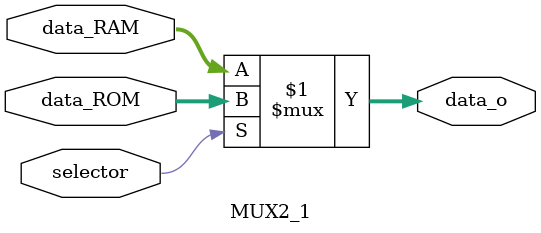
<source format=v>
module MUX2_1
#(
	parameter WIDTH = 32
)
(
	input [WIDTH-1:0] data_ROM, data_RAM,
	input selector,
	output [WIDTH-1:0] data_o
);

assign data_o = (selector) ? data_ROM : data_RAM;

endmodule 
</source>
